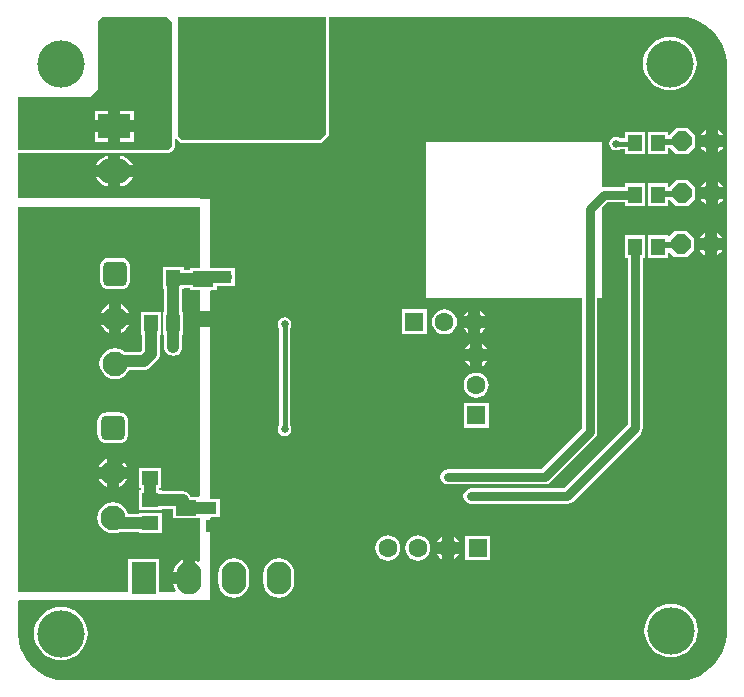
<source format=gbl>
G04*
G04 #@! TF.GenerationSoftware,Altium Limited,Altium Designer,20.2.6 (244)*
G04*
G04 Layer_Physical_Order=2*
G04 Layer_Color=16711680*
%FSLAX24Y24*%
%MOIN*%
G70*
G04*
G04 #@! TF.SameCoordinates,10DCDC14-C833-4712-9BA6-5F063841230D*
G04*
G04*
G04 #@! TF.FilePolarity,Positive*
G04*
G01*
G75*
%ADD14C,0.0200*%
%ADD17C,0.0100*%
%ADD27R,0.0374X0.0394*%
%ADD35R,0.0551X0.0472*%
%ADD36R,0.0472X0.0551*%
%ADD40R,0.0709X0.0531*%
%ADD82C,0.0300*%
%ADD83C,0.0400*%
G04:AMPARAMS|DCode=84|XSize=82.7mil|YSize=82.7mil|CornerRadius=20.7mil|HoleSize=0mil|Usage=FLASHONLY|Rotation=270.000|XOffset=0mil|YOffset=0mil|HoleType=Round|Shape=RoundedRectangle|*
%AMROUNDEDRECTD84*
21,1,0.0827,0.0413,0,0,270.0*
21,1,0.0413,0.0827,0,0,270.0*
1,1,0.0413,-0.0207,-0.0207*
1,1,0.0413,-0.0207,0.0207*
1,1,0.0413,0.0207,0.0207*
1,1,0.0413,0.0207,-0.0207*
%
%ADD84ROUNDEDRECTD84*%
%ADD85C,0.0827*%
%ADD86C,0.0630*%
%ADD87R,0.0630X0.0630*%
%ADD88R,0.0630X0.0630*%
%ADD89P,0.0704X8X22.5*%
%ADD90C,0.0650*%
%ADD91O,0.1100X0.0827*%
%ADD92R,0.1100X0.0827*%
%ADD93R,0.0827X0.1100*%
%ADD94O,0.0827X0.1100*%
%ADD95C,0.0394*%
%ADD96C,0.1575*%
%ADD97C,0.0200*%
%ADD98C,0.0250*%
%ADD99C,0.0197*%
%ADD100C,0.0400*%
%ADD101C,0.0150*%
G36*
X10380Y22200D02*
Y18300D01*
X10190Y18110D01*
X5580Y18110D01*
X5440Y18250D01*
Y20940D01*
Y22200D01*
X10380Y22200D01*
D02*
G37*
G36*
X22436Y22185D02*
X22640Y22131D01*
X22836Y22050D01*
X23019Y21944D01*
X23187Y21815D01*
X23336Y21665D01*
X23465Y21498D01*
X23571Y21314D01*
X23652Y21119D01*
X23707Y20914D01*
X23734Y20705D01*
Y20599D01*
Y1701D01*
Y1595D01*
X23707Y1386D01*
X23652Y1181D01*
X23571Y986D01*
X23465Y802D01*
X23336Y635D01*
X23187Y485D01*
X23019Y356D01*
X22836Y250D01*
X22640Y169D01*
X22436Y115D01*
X22239Y89D01*
X22190Y90D01*
X22190Y90D01*
X1720Y87D01*
X1614D01*
X1404Y115D01*
X1200Y169D01*
X1004Y250D01*
X821Y356D01*
X653Y485D01*
X504Y635D01*
X375Y802D01*
X269Y986D01*
X188Y1181D01*
X133Y1386D01*
X106Y1595D01*
Y1701D01*
Y2734D01*
X156Y2761D01*
X6180Y2758D01*
X6180Y2757D01*
X6180D01*
X6180Y2754D01*
X6228Y2755D01*
X6230Y2755D01*
X6500Y2764D01*
X6500Y5498D01*
X6535Y5534D01*
X6847D01*
Y6127D01*
X6569D01*
X6533Y6142D01*
X6500Y6147D01*
X6500Y13059D01*
X6535Y13094D01*
X6744D01*
Y13223D01*
X7056D01*
X7132Y13233D01*
X7347D01*
Y13439D01*
X7352Y13452D01*
X7363Y13530D01*
X7352Y13608D01*
X7347Y13621D01*
Y13827D01*
X7104D01*
X7060Y13833D01*
X7028Y13828D01*
X6500D01*
X6500Y16150D01*
X6180D01*
Y16160D01*
X156D01*
X112Y16160D01*
X107Y16202D01*
X106Y16210D01*
Y17666D01*
X120Y17678D01*
X156D01*
X5130Y17678D01*
X5140Y17680D01*
X5150Y17680D01*
X5159Y17682D01*
X5168Y17686D01*
X5169Y17686D01*
X5169Y17686D01*
X5186Y17693D01*
X5186Y17693D01*
X5187Y17693D01*
X5196Y17697D01*
X5204Y17702D01*
X5211Y17709D01*
X5219Y17715D01*
X5315Y17811D01*
X5321Y17819D01*
X5328Y17826D01*
X5333Y17834D01*
X5333Y17834D01*
X5337Y17843D01*
X5337Y17844D01*
X5337Y17844D01*
X5344Y17861D01*
X5344Y17861D01*
X5344Y17862D01*
X5348Y17871D01*
X5350Y17880D01*
Y17890D01*
X5352Y17900D01*
Y18123D01*
X5402Y18144D01*
X5508Y18038D01*
X5541Y18016D01*
X5580Y18008D01*
X10190Y18008D01*
X10229Y18016D01*
X10262Y18038D01*
X10452Y18228D01*
X10474Y18261D01*
X10482Y18300D01*
Y22200D01*
X10493Y22213D01*
X22226D01*
X22436Y22185D01*
D02*
G37*
G36*
X5250Y22040D02*
Y18123D01*
Y17900D01*
X5248Y17891D01*
X5243Y17883D01*
X5196Y17836D01*
X5147Y17787D01*
X5139Y17782D01*
X5130Y17780D01*
X156Y17780D01*
D01*
X120D01*
X110Y17790D01*
Y19540D01*
X2530D01*
X2790Y19800D01*
X2790Y22080D01*
X2923Y22213D01*
X5077D01*
X5250Y22040D01*
D02*
G37*
G36*
X6178Y13861D02*
X6143Y13826D01*
X5836D01*
Y13780D01*
X5632D01*
Y13870D01*
X4960D01*
Y13118D01*
X4991D01*
Y12362D01*
X4956D01*
Y11610D01*
X4990D01*
Y11227D01*
X4987Y11210D01*
X4998Y11132D01*
X5028Y11059D01*
X5076Y10996D01*
X5139Y10948D01*
X5212Y10918D01*
X5290Y10907D01*
X5368Y10918D01*
X5441Y10948D01*
X5504Y10996D01*
X5506Y10998D01*
X5506Y10998D01*
X5554Y11061D01*
X5585Y11134D01*
X5595Y11212D01*
X5595Y11212D01*
Y11610D01*
X5628D01*
Y12362D01*
X5597D01*
Y13118D01*
X5632D01*
Y13174D01*
X5836D01*
Y13094D01*
X6178D01*
X6179Y6251D01*
X6144Y6216D01*
X5873D01*
X5862Y6241D01*
X5814Y6304D01*
X5751Y6352D01*
X5678Y6382D01*
X5600Y6393D01*
X4900D01*
Y6428D01*
X4820D01*
Y6486D01*
X4886D01*
Y7158D01*
X4134D01*
Y6486D01*
X4214D01*
Y6428D01*
X4148D01*
Y5756D01*
X4900D01*
Y5787D01*
X5276D01*
Y5484D01*
X6179D01*
X6179Y4056D01*
X6129Y4031D01*
X6059Y4085D01*
X6000Y4109D01*
Y3500D01*
X5800D01*
Y3300D01*
X5291D01*
X5300Y3229D01*
X5352Y3104D01*
X5367Y3085D01*
X5345Y3040D01*
X4813D01*
Y4150D01*
X3787D01*
Y3040D01*
X156D01*
X145Y3040D01*
X106Y3066D01*
Y15830D01*
X110Y15878D01*
X156Y15878D01*
X6178D01*
X6178Y13861D01*
D02*
G37*
%LPC*%
G36*
X21840Y21542D02*
X21666Y21525D01*
X21499Y21474D01*
X21345Y21391D01*
X21209Y21281D01*
X21099Y21145D01*
X21016Y20991D01*
X20965Y20824D01*
X20948Y20650D01*
X20965Y20476D01*
X21016Y20309D01*
X21099Y20155D01*
X21209Y20019D01*
X21345Y19909D01*
X21499Y19826D01*
X21666Y19775D01*
X21840Y19758D01*
X22014Y19775D01*
X22181Y19826D01*
X22335Y19909D01*
X22471Y20019D01*
X22581Y20155D01*
X22664Y20309D01*
X22715Y20476D01*
X22732Y20650D01*
X22715Y20824D01*
X22664Y20991D01*
X22581Y21145D01*
X22471Y21281D01*
X22335Y21391D01*
X22181Y21474D01*
X22014Y21525D01*
X21840Y21542D01*
D02*
G37*
G36*
X22462Y18485D02*
X22037D01*
X21828Y18276D01*
X21779Y18281D01*
Y18382D01*
X21106D01*
Y17630D01*
X21779D01*
Y17829D01*
X21843D01*
X22037Y17635D01*
X22462D01*
X22675Y17847D01*
Y18273D01*
X22462Y18485D01*
D02*
G37*
G36*
X23450Y18437D02*
Y18260D01*
X23627D01*
X23621Y18274D01*
X23553Y18363D01*
X23464Y18431D01*
X23450Y18437D01*
D02*
G37*
G36*
X23050D02*
X23036Y18431D01*
X22947Y18363D01*
X22879Y18274D01*
X22873Y18260D01*
X23050D01*
Y18437D01*
D02*
G37*
G36*
X21030Y18382D02*
X20358D01*
Y18158D01*
X20188D01*
X20138Y18192D01*
X20050Y18209D01*
X19962Y18192D01*
X19888Y18142D01*
X19838Y18068D01*
X19821Y17980D01*
X19838Y17892D01*
X19888Y17818D01*
X19962Y17768D01*
X20050Y17751D01*
X20138Y17768D01*
X20188Y17802D01*
X20358D01*
Y17630D01*
X21030D01*
Y18382D01*
D02*
G37*
G36*
X23627Y17860D02*
X23450D01*
Y17683D01*
X23464Y17689D01*
X23553Y17757D01*
X23621Y17846D01*
X23627Y17860D01*
D02*
G37*
G36*
X23050D02*
X22873D01*
X22879Y17846D01*
X22947Y17757D01*
X23036Y17689D01*
X23050Y17683D01*
Y17860D01*
D02*
G37*
G36*
X3529Y17569D02*
Y17260D01*
X3938D01*
X3914Y17319D01*
X3831Y17426D01*
X3724Y17508D01*
X3599Y17560D01*
X3529Y17569D01*
D02*
G37*
G36*
X3129D02*
X3058Y17560D01*
X2933Y17508D01*
X2826Y17426D01*
X2744Y17319D01*
X2719Y17260D01*
X3129D01*
Y17569D01*
D02*
G37*
G36*
X3938Y16860D02*
X3529D01*
Y16551D01*
X3599Y16560D01*
X3724Y16612D01*
X3831Y16694D01*
X3914Y16801D01*
X3938Y16860D01*
D02*
G37*
G36*
X3129D02*
X2719D01*
X2744Y16801D01*
X2826Y16694D01*
X2933Y16612D01*
X3058Y16560D01*
X3129Y16551D01*
Y16860D01*
D02*
G37*
G36*
X22462Y16755D02*
X22037D01*
X21828Y16546D01*
X21779Y16551D01*
Y16652D01*
X21106D01*
Y15900D01*
X21779D01*
Y16099D01*
X21843D01*
X22037Y15905D01*
X22462D01*
X22675Y16118D01*
Y16543D01*
X22462Y16755D01*
D02*
G37*
G36*
X23450Y16707D02*
Y16530D01*
X23627D01*
X23621Y16544D01*
X23553Y16633D01*
X23464Y16701D01*
X23450Y16707D01*
D02*
G37*
G36*
X23050D02*
X23036Y16701D01*
X22947Y16633D01*
X22879Y16544D01*
X22873Y16530D01*
X23050D01*
Y16707D01*
D02*
G37*
G36*
X23627Y16130D02*
X23450D01*
Y15953D01*
X23464Y15959D01*
X23553Y16027D01*
X23621Y16116D01*
X23627Y16130D01*
D02*
G37*
G36*
X23050D02*
X22873D01*
X22879Y16116D01*
X22947Y16027D01*
X23036Y15959D01*
X23050Y15953D01*
Y16130D01*
D02*
G37*
G36*
X19570Y18020D02*
X13720D01*
Y12830D01*
X18915D01*
Y8486D01*
X17564Y7135D01*
X14450D01*
X14352Y7115D01*
X14270Y7060D01*
X14215Y6978D01*
X14195Y6880D01*
X14215Y6782D01*
X14270Y6700D01*
X14352Y6645D01*
X14450Y6625D01*
X17670D01*
X17768Y6645D01*
X17850Y6700D01*
X19350Y8200D01*
X19405Y8282D01*
X19425Y8380D01*
Y12830D01*
X19570D01*
Y15840D01*
X19752Y16021D01*
X20358D01*
Y15900D01*
X21030D01*
Y16652D01*
X20358D01*
Y16531D01*
X19646D01*
X19609Y16524D01*
X19570Y16555D01*
Y18020D01*
D02*
G37*
G36*
X22422Y15055D02*
X21997D01*
X21828Y14886D01*
X21779Y14907D01*
Y14922D01*
X21106D01*
Y14170D01*
X21779D01*
Y14360D01*
X21828Y14374D01*
X21997Y14205D01*
X22422D01*
X22635Y14418D01*
Y14842D01*
X22422Y15055D01*
D02*
G37*
G36*
X23410Y15007D02*
Y14830D01*
X23587D01*
X23581Y14844D01*
X23513Y14933D01*
X23424Y15001D01*
X23410Y15007D01*
D02*
G37*
G36*
X23010D02*
X22996Y15001D01*
X22907Y14933D01*
X22839Y14844D01*
X22833Y14830D01*
X23010D01*
Y15007D01*
D02*
G37*
G36*
X23587Y14430D02*
X23410D01*
Y14253D01*
X23424Y14259D01*
X23513Y14327D01*
X23581Y14416D01*
X23587Y14430D01*
D02*
G37*
G36*
X23010D02*
X22833D01*
X22839Y14416D01*
X22907Y14327D01*
X22996Y14259D01*
X23010Y14253D01*
Y14430D01*
D02*
G37*
G36*
X15530Y12406D02*
Y12240D01*
X15696D01*
X15692Y12249D01*
X15626Y12336D01*
X15539Y12402D01*
X15530Y12406D01*
D02*
G37*
G36*
X15130D02*
X15121Y12402D01*
X15034Y12336D01*
X14968Y12249D01*
X14964Y12240D01*
X15130D01*
Y12406D01*
D02*
G37*
G36*
X15696Y11840D02*
X15530D01*
Y11674D01*
X15539Y11678D01*
X15626Y11744D01*
X15692Y11831D01*
X15696Y11840D01*
D02*
G37*
G36*
X15130D02*
X14964D01*
X14968Y11831D01*
X15034Y11744D01*
X15121Y11678D01*
X15130Y11674D01*
Y11840D01*
D02*
G37*
G36*
X13745Y12455D02*
X12915D01*
Y11625D01*
X13745D01*
Y12455D01*
D02*
G37*
G36*
X14330Y12459D02*
X14222Y12444D01*
X14121Y12402D01*
X14034Y12336D01*
X13968Y12249D01*
X13926Y12148D01*
X13911Y12040D01*
X13926Y11932D01*
X13968Y11831D01*
X14034Y11744D01*
X14121Y11678D01*
X14222Y11636D01*
X14330Y11621D01*
X14438Y11636D01*
X14539Y11678D01*
X14626Y11744D01*
X14692Y11831D01*
X14734Y11932D01*
X14749Y12040D01*
X14734Y12148D01*
X14692Y12249D01*
X14626Y12336D01*
X14539Y12402D01*
X14438Y12444D01*
X14330Y12459D01*
D02*
G37*
G36*
X15590Y11296D02*
Y11130D01*
X15756D01*
X15752Y11139D01*
X15686Y11226D01*
X15599Y11292D01*
X15590Y11296D01*
D02*
G37*
G36*
X15190D02*
X15181Y11292D01*
X15094Y11226D01*
X15028Y11139D01*
X15024Y11130D01*
X15190D01*
Y11296D01*
D02*
G37*
G36*
X15756Y10730D02*
X15590D01*
Y10564D01*
X15599Y10568D01*
X15686Y10634D01*
X15752Y10721D01*
X15756Y10730D01*
D02*
G37*
G36*
X15190D02*
X15024D01*
X15028Y10721D01*
X15094Y10634D01*
X15181Y10568D01*
X15190Y10564D01*
Y10730D01*
D02*
G37*
G36*
X15390Y10349D02*
X15282Y10334D01*
X15181Y10292D01*
X15094Y10226D01*
X15028Y10139D01*
X14986Y10038D01*
X14971Y9930D01*
X14986Y9822D01*
X15028Y9721D01*
X15094Y9634D01*
X15181Y9568D01*
X15282Y9526D01*
X15390Y9511D01*
X15498Y9526D01*
X15599Y9568D01*
X15686Y9634D01*
X15752Y9721D01*
X15794Y9822D01*
X15809Y9930D01*
X15794Y10038D01*
X15752Y10139D01*
X15686Y10226D01*
X15599Y10292D01*
X15498Y10334D01*
X15390Y10349D01*
D02*
G37*
G36*
X15805Y9345D02*
X14975D01*
Y8515D01*
X15805D01*
Y9345D01*
D02*
G37*
G36*
X9000Y12189D02*
X8912Y12172D01*
X8838Y12122D01*
X8788Y12048D01*
X8771Y11960D01*
X8788Y11872D01*
X8822Y11822D01*
Y8598D01*
X8788Y8548D01*
X8771Y8460D01*
X8788Y8372D01*
X8838Y8298D01*
X8912Y8248D01*
X9000Y8231D01*
X9088Y8248D01*
X9162Y8298D01*
X9212Y8372D01*
X9229Y8460D01*
X9212Y8548D01*
X9178Y8598D01*
Y11822D01*
X9212Y11872D01*
X9229Y11960D01*
X9212Y12048D01*
X9162Y12122D01*
X9088Y12172D01*
X9000Y12189D01*
D02*
G37*
G36*
X21030Y14922D02*
X20358D01*
Y14170D01*
X20439D01*
Y8600D01*
X18324Y6485D01*
X15220D01*
X15122Y6465D01*
X15040Y6410D01*
X14985Y6328D01*
X14965Y6230D01*
X14985Y6132D01*
X15040Y6050D01*
X15122Y5995D01*
X15220Y5975D01*
X18430D01*
X18528Y5995D01*
X18610Y6050D01*
X20874Y8314D01*
X20930Y8397D01*
X20949Y8494D01*
Y14170D01*
X21030D01*
Y14922D01*
D02*
G37*
G36*
X14640Y4866D02*
Y4700D01*
X14806D01*
X14802Y4709D01*
X14736Y4796D01*
X14649Y4862D01*
X14640Y4866D01*
D02*
G37*
G36*
X14240D02*
X14231Y4862D01*
X14144Y4796D01*
X14078Y4709D01*
X14074Y4700D01*
X14240D01*
Y4866D01*
D02*
G37*
G36*
X14806Y4300D02*
X14640D01*
Y4134D01*
X14649Y4138D01*
X14736Y4204D01*
X14802Y4291D01*
X14806Y4300D01*
D02*
G37*
G36*
X14240D02*
X14074D01*
X14078Y4291D01*
X14144Y4204D01*
X14231Y4138D01*
X14240Y4134D01*
Y4300D01*
D02*
G37*
G36*
X15855Y4915D02*
X15025D01*
Y4085D01*
X15855D01*
Y4915D01*
D02*
G37*
G36*
X13440Y4919D02*
X13332Y4904D01*
X13231Y4862D01*
X13144Y4796D01*
X13078Y4709D01*
X13036Y4608D01*
X13021Y4500D01*
X13036Y4392D01*
X13078Y4291D01*
X13144Y4204D01*
X13231Y4138D01*
X13332Y4096D01*
X13440Y4081D01*
X13548Y4096D01*
X13649Y4138D01*
X13736Y4204D01*
X13802Y4291D01*
X13844Y4392D01*
X13859Y4500D01*
X13844Y4608D01*
X13802Y4709D01*
X13736Y4796D01*
X13649Y4862D01*
X13548Y4904D01*
X13440Y4919D01*
D02*
G37*
G36*
X12440D02*
X12332Y4904D01*
X12231Y4862D01*
X12144Y4796D01*
X12078Y4709D01*
X12036Y4608D01*
X12021Y4500D01*
X12036Y4392D01*
X12078Y4291D01*
X12144Y4204D01*
X12231Y4138D01*
X12332Y4096D01*
X12440Y4081D01*
X12548Y4096D01*
X12649Y4138D01*
X12736Y4204D01*
X12802Y4291D01*
X12844Y4392D01*
X12859Y4500D01*
X12844Y4608D01*
X12802Y4709D01*
X12736Y4796D01*
X12649Y4862D01*
X12548Y4904D01*
X12440Y4919D01*
D02*
G37*
G36*
X8800Y4154D02*
X8666Y4137D01*
X8541Y4085D01*
X8434Y4003D01*
X8352Y3896D01*
X8300Y3771D01*
X8282Y3637D01*
Y3363D01*
X8300Y3229D01*
X8352Y3104D01*
X8434Y2997D01*
X8541Y2915D01*
X8666Y2863D01*
X8800Y2846D01*
X8934Y2863D01*
X9059Y2915D01*
X9166Y2997D01*
X9248Y3104D01*
X9300Y3229D01*
X9318Y3363D01*
Y3637D01*
X9300Y3771D01*
X9248Y3896D01*
X9166Y4003D01*
X9059Y4085D01*
X8934Y4137D01*
X8800Y4154D01*
D02*
G37*
G36*
X7300D02*
X7166Y4137D01*
X7041Y4085D01*
X6934Y4003D01*
X6852Y3896D01*
X6800Y3771D01*
X6782Y3637D01*
Y3363D01*
X6800Y3229D01*
X6852Y3104D01*
X6934Y2997D01*
X7041Y2915D01*
X7166Y2863D01*
X7300Y2846D01*
X7434Y2863D01*
X7559Y2915D01*
X7666Y2997D01*
X7748Y3104D01*
X7800Y3229D01*
X7818Y3363D01*
Y3637D01*
X7800Y3771D01*
X7748Y3896D01*
X7666Y4003D01*
X7559Y4085D01*
X7434Y4137D01*
X7300Y4154D01*
D02*
G37*
G36*
X21890Y2642D02*
X21716Y2625D01*
X21549Y2574D01*
X21395Y2491D01*
X21259Y2381D01*
X21149Y2245D01*
X21066Y2091D01*
X21015Y1924D01*
X20998Y1750D01*
X21015Y1576D01*
X21066Y1409D01*
X21149Y1255D01*
X21259Y1119D01*
X21395Y1009D01*
X21549Y926D01*
X21716Y875D01*
X21890Y858D01*
X22064Y875D01*
X22231Y926D01*
X22385Y1009D01*
X22521Y1119D01*
X22631Y1255D01*
X22714Y1409D01*
X22765Y1576D01*
X22782Y1750D01*
X22765Y1924D01*
X22714Y2091D01*
X22631Y2245D01*
X22521Y2381D01*
X22385Y2491D01*
X22231Y2574D01*
X22064Y2625D01*
X21890Y2642D01*
D02*
G37*
G36*
X1540Y2542D02*
X1366Y2525D01*
X1199Y2474D01*
X1045Y2391D01*
X909Y2281D01*
X799Y2145D01*
X716Y1991D01*
X665Y1824D01*
X648Y1650D01*
X665Y1476D01*
X716Y1309D01*
X799Y1155D01*
X909Y1019D01*
X1045Y909D01*
X1199Y826D01*
X1366Y775D01*
X1540Y758D01*
X1714Y775D01*
X1881Y826D01*
X2035Y909D01*
X2171Y1019D01*
X2281Y1155D01*
X2364Y1309D01*
X2415Y1476D01*
X2432Y1650D01*
X2415Y1824D01*
X2364Y1991D01*
X2281Y2145D01*
X2171Y2281D01*
X2035Y2391D01*
X1881Y2474D01*
X1714Y2525D01*
X1540Y2542D01*
D02*
G37*
G36*
X3979Y19073D02*
X3529D01*
Y18760D01*
X3979D01*
Y19073D01*
D02*
G37*
G36*
X3129D02*
X2679D01*
Y18760D01*
X3129D01*
Y19073D01*
D02*
G37*
G36*
X3979Y18360D02*
X3529D01*
Y18047D01*
X3979D01*
Y18360D01*
D02*
G37*
G36*
X3129D02*
X2679D01*
Y18047D01*
X3129D01*
Y18360D01*
D02*
G37*
G36*
X3555Y14166D02*
X3142D01*
X3062Y14155D01*
X2987Y14125D01*
X2923Y14075D01*
X2874Y14011D01*
X2843Y13937D01*
X2833Y13857D01*
Y13443D01*
X2843Y13363D01*
X2874Y13289D01*
X2923Y13225D01*
X2987Y13175D01*
X3062Y13144D01*
X3142Y13134D01*
X3555D01*
X3635Y13144D01*
X3710Y13175D01*
X3774Y13225D01*
X3823Y13289D01*
X3854Y13363D01*
X3865Y13443D01*
Y13857D01*
X3854Y13937D01*
X3823Y14011D01*
X3774Y14075D01*
X3710Y14125D01*
X3635Y14155D01*
X3555Y14166D01*
D02*
G37*
G36*
X3549Y12623D02*
Y12350D01*
X3821D01*
X3797Y12409D01*
X3715Y12516D01*
X3607Y12598D01*
X3549Y12623D01*
D02*
G37*
G36*
X3149D02*
X3090Y12598D01*
X2982Y12516D01*
X2900Y12409D01*
X2876Y12350D01*
X3149D01*
Y12623D01*
D02*
G37*
G36*
X3821Y11950D02*
X3549D01*
Y11677D01*
X3607Y11702D01*
X3715Y11784D01*
X3797Y11891D01*
X3821Y11950D01*
D02*
G37*
G36*
X3149D02*
X2876D01*
X2900Y11891D01*
X2982Y11784D01*
X3090Y11702D01*
X3149Y11677D01*
Y11950D01*
D02*
G37*
G36*
X4880Y12362D02*
X4208D01*
Y11610D01*
X4239D01*
Y11091D01*
X4182Y11034D01*
X3691D01*
X3607Y11098D01*
X3483Y11150D01*
X3349Y11168D01*
X3215Y11150D01*
X3090Y11098D01*
X2982Y11016D01*
X2900Y10909D01*
X2848Y10784D01*
X2831Y10650D01*
X2848Y10516D01*
X2900Y10391D01*
X2982Y10284D01*
X3090Y10202D01*
X3215Y10150D01*
X3349Y10132D01*
X3483Y10150D01*
X3607Y10202D01*
X3715Y10284D01*
X3797Y10391D01*
X3813Y10429D01*
X4307D01*
X4385Y10439D01*
X4458Y10470D01*
X4521Y10518D01*
X4755Y10752D01*
X4755Y10752D01*
X4803Y10815D01*
X4833Y10888D01*
X4844Y10966D01*
Y11610D01*
X4880D01*
Y12362D01*
D02*
G37*
G36*
X3485Y9026D02*
X3072D01*
X2992Y9015D01*
X2917Y8985D01*
X2853Y8935D01*
X2804Y8871D01*
X2773Y8797D01*
X2763Y8717D01*
Y8303D01*
X2773Y8223D01*
X2804Y8149D01*
X2853Y8085D01*
X2917Y8035D01*
X2992Y8004D01*
X3072Y7994D01*
X3485D01*
X3565Y8004D01*
X3640Y8035D01*
X3704Y8085D01*
X3753Y8149D01*
X3784Y8223D01*
X3795Y8303D01*
Y8717D01*
X3784Y8797D01*
X3753Y8871D01*
X3704Y8935D01*
X3640Y8985D01*
X3565Y9015D01*
X3485Y9026D01*
D02*
G37*
G36*
X3479Y7483D02*
Y7210D01*
X3751D01*
X3727Y7269D01*
X3645Y7376D01*
X3537Y7458D01*
X3479Y7483D01*
D02*
G37*
G36*
X3079D02*
X3020Y7458D01*
X2912Y7376D01*
X2830Y7269D01*
X2806Y7210D01*
X3079D01*
Y7483D01*
D02*
G37*
G36*
X3751Y6810D02*
X3479D01*
Y6537D01*
X3537Y6562D01*
X3645Y6644D01*
X3727Y6751D01*
X3751Y6810D01*
D02*
G37*
G36*
X3079D02*
X2806D01*
X2830Y6751D01*
X2912Y6644D01*
X3020Y6562D01*
X3079Y6537D01*
Y6810D01*
D02*
G37*
G36*
X3279Y6028D02*
X3145Y6010D01*
X3020Y5958D01*
X2912Y5876D01*
X2830Y5769D01*
X2778Y5644D01*
X2761Y5510D01*
X2778Y5376D01*
X2830Y5251D01*
X2912Y5144D01*
X3020Y5062D01*
X3145Y5010D01*
X3279Y4992D01*
X3413Y5010D01*
X3506Y5049D01*
X3560Y5042D01*
X4148D01*
Y5008D01*
X4900D01*
Y5680D01*
X4148D01*
Y5647D01*
X3778D01*
X3727Y5769D01*
X3645Y5876D01*
X3537Y5958D01*
X3413Y6010D01*
X3279Y6028D01*
D02*
G37*
G36*
X5600Y4109D02*
X5541Y4085D01*
X5434Y4003D01*
X5352Y3896D01*
X5300Y3771D01*
X5291Y3700D01*
X5600D01*
Y4109D01*
D02*
G37*
%LPD*%
D14*
X6290Y12141D02*
X7038D01*
X7056Y12160D01*
X7070D01*
X23230Y16310D02*
X23250Y16330D01*
X23230Y14650D02*
Y16310D01*
X23210Y14630D02*
X23230Y14650D01*
X23250Y16330D02*
Y18060D01*
X21442Y14546D02*
X21484Y14588D01*
X22168D01*
X22210Y14630D01*
X21442Y16276D02*
X21469Y16303D01*
X22223D01*
X22250Y16330D01*
X21442Y18006D02*
X21469Y18033D01*
X22223D01*
X22250Y18060D01*
D17*
X20668Y17980D02*
X20694Y18006D01*
D27*
X6560Y5831D02*
D03*
Y5240D02*
D03*
X7060Y13530D02*
D03*
Y12939D02*
D03*
D35*
X4524Y6092D02*
D03*
Y5344D02*
D03*
X4510Y7570D02*
D03*
Y6822D02*
D03*
D36*
X4544Y11986D02*
D03*
X5292D02*
D03*
X5296Y13494D02*
D03*
X4548D02*
D03*
X21442Y14546D02*
D03*
X20694D02*
D03*
X21442Y16276D02*
D03*
X20694D02*
D03*
X21442Y18006D02*
D03*
X20694D02*
D03*
D40*
X5730Y4531D02*
D03*
Y5850D02*
D03*
X6290Y13460D02*
D03*
Y12141D02*
D03*
D82*
X17670Y6880D02*
X19170Y8380D01*
X14450Y6880D02*
X17670D01*
X19170Y8380D02*
Y15800D01*
X15220Y6230D02*
X18430D01*
X20694Y8494D01*
X19646Y16276D02*
X20694D01*
X19170Y15800D02*
X19646Y16276D01*
X20694Y8494D02*
Y14546D01*
D83*
X6290Y13460D02*
X6356Y13526D01*
X7056D01*
X7060Y13530D01*
X5490Y6090D02*
X5730Y5850D01*
X5490Y6090D02*
X5600D01*
X4600D02*
X5490D01*
X5730Y5850D02*
X6455D01*
X4524Y6092D02*
X4597D01*
X4600Y6090D01*
X4517Y6099D02*
X4524Y6092D01*
X3430Y10732D02*
X4307D01*
X4541Y10966D02*
Y11983D01*
X4307Y10732D02*
X4541Y10966D01*
X3349Y10650D02*
X3430Y10732D01*
X3560Y5344D02*
X4524D01*
X3394Y5510D02*
X3560Y5344D01*
X3279Y5510D02*
X3394D01*
X4510Y6822D02*
X4517Y6815D01*
Y6099D02*
Y6815D01*
X3350Y11711D02*
Y12136D01*
X3574Y7570D02*
X4510D01*
X3340Y7336D02*
X3574Y7570D01*
X3339Y11700D02*
X3350Y11711D01*
X5296Y13494D02*
X5313Y13477D01*
X6273D01*
X6290Y13460D01*
X5292Y11212D02*
Y11986D01*
X5290Y11210D02*
X5292Y11212D01*
X5294Y11988D02*
Y13492D01*
X5296Y13494D01*
X5292Y11986D02*
X5294Y11988D01*
X4541Y13487D02*
X4548Y13494D01*
D84*
X3279Y8510D02*
D03*
X3349Y13650D02*
D03*
D85*
X3279Y7010D02*
D03*
Y5510D02*
D03*
X3349Y12150D02*
D03*
Y10650D02*
D03*
D86*
X12440Y4500D02*
D03*
X13440D02*
D03*
X14440D02*
D03*
X15390Y9930D02*
D03*
Y10930D02*
D03*
X14330Y12040D02*
D03*
X15330D02*
D03*
D87*
X15440Y4500D02*
D03*
X13330Y12040D02*
D03*
D88*
X15390Y8930D02*
D03*
D89*
X22210Y14630D02*
D03*
X22250Y16330D02*
D03*
Y18060D02*
D03*
D90*
X23210Y14630D02*
D03*
X23250Y16330D02*
D03*
Y18060D02*
D03*
D91*
X3329Y17060D02*
D03*
D92*
Y18560D02*
D03*
D93*
X4300Y3500D02*
D03*
D94*
X5800D02*
D03*
X7300D02*
D03*
X8800D02*
D03*
D95*
X21340Y1550D02*
D03*
X22090Y1200D02*
D03*
X21643Y1220D02*
D03*
X21360Y1997D02*
D03*
X21690Y2300D02*
D03*
X22440Y1950D02*
D03*
X22137Y2280D02*
D03*
X2090Y20850D02*
D03*
X1787Y21180D02*
D03*
X1340Y21200D02*
D03*
X1010Y20897D02*
D03*
X990Y20450D02*
D03*
X1293Y20120D02*
D03*
X1740Y20100D02*
D03*
X2070Y20403D02*
D03*
X22390Y20850D02*
D03*
X22087Y21180D02*
D03*
X21640Y21200D02*
D03*
X21310Y20897D02*
D03*
X21290Y20450D02*
D03*
X21593Y20120D02*
D03*
X22040Y20100D02*
D03*
X22370Y20403D02*
D03*
X22420Y1503D02*
D03*
X2070Y1403D02*
D03*
X1740Y1100D02*
D03*
X1293Y1120D02*
D03*
X990Y1450D02*
D03*
X1010Y1897D02*
D03*
X1340Y2200D02*
D03*
X1787Y2180D02*
D03*
X2090Y1850D02*
D03*
D96*
X21890Y1750D02*
D03*
X21840Y20650D02*
D03*
X1540D02*
D03*
Y1650D02*
D03*
D97*
X22440Y19270D02*
D03*
Y13270D02*
D03*
Y8770D02*
D03*
Y7270D02*
D03*
Y5770D02*
D03*
Y2770D02*
D03*
X20940Y19270D02*
D03*
Y7270D02*
D03*
Y1270D02*
D03*
X19440Y5770D02*
D03*
Y2770D02*
D03*
X17940Y20770D02*
D03*
Y11770D02*
D03*
Y8770D02*
D03*
Y5770D02*
D03*
X16440Y20770D02*
D03*
Y11770D02*
D03*
Y10270D02*
D03*
Y8770D02*
D03*
Y7270D02*
D03*
Y5770D02*
D03*
Y2770D02*
D03*
X14940Y20770D02*
D03*
Y10270D02*
D03*
Y7270D02*
D03*
Y2770D02*
D03*
X13440Y10270D02*
D03*
Y7270D02*
D03*
Y5770D02*
D03*
Y2770D02*
D03*
X11940Y11770D02*
D03*
Y8770D02*
D03*
Y4270D02*
D03*
X10440Y17770D02*
D03*
Y16270D02*
D03*
Y14770D02*
D03*
Y8770D02*
D03*
Y1270D02*
D03*
X8940Y14770D02*
D03*
Y1270D02*
D03*
X7440Y17770D02*
D03*
Y16270D02*
D03*
Y5770D02*
D03*
Y1270D02*
D03*
X5940Y16270D02*
D03*
Y10270D02*
D03*
Y8770D02*
D03*
Y1270D02*
D03*
X4440Y16270D02*
D03*
Y10270D02*
D03*
Y8770D02*
D03*
Y4270D02*
D03*
Y1270D02*
D03*
X2940Y16270D02*
D03*
Y4270D02*
D03*
Y1270D02*
D03*
X1440Y16270D02*
D03*
X1840Y18000D02*
D03*
X1590D02*
D03*
X1340D02*
D03*
X1090D02*
D03*
X840D02*
D03*
X590D02*
D03*
X340D02*
D03*
X6840Y19500D02*
D03*
Y19250D02*
D03*
X6590Y19500D02*
D03*
Y19250D02*
D03*
X6340Y19500D02*
D03*
Y19250D02*
D03*
X6090Y19500D02*
D03*
Y19250D02*
D03*
D98*
X7070Y12160D02*
D03*
X20050Y17980D02*
D03*
X9000Y11960D02*
D03*
Y8460D02*
D03*
X15220Y6230D02*
D03*
X14450Y6880D02*
D03*
X5600Y6090D02*
D03*
D99*
X14864Y20118D02*
D03*
X15376D02*
D03*
X14864Y19606D02*
D03*
X15376D02*
D03*
X14864Y19094D02*
D03*
X15376D02*
D03*
X14864Y18582D02*
D03*
X15376D02*
D03*
D100*
X5290Y11210D02*
D03*
D101*
X20050Y17980D02*
X20668D01*
X9000Y8460D02*
Y11960D01*
M02*

</source>
